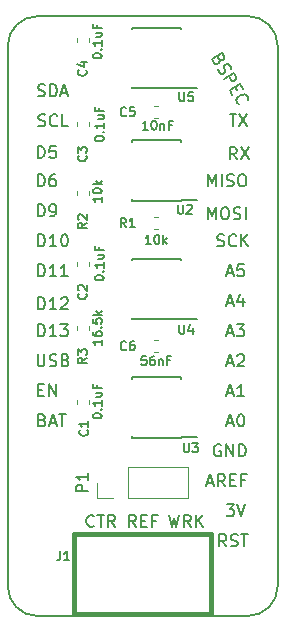
<source format=gbr>
G04 #@! TF.GenerationSoftware,KiCad,Pcbnew,5.0.2-bee76a0~70~ubuntu18.04.1*
G04 #@! TF.CreationDate,2019-09-12T15:25:54-07:00*
G04 #@! TF.ProjectId,potentiostat_featherwing,706f7465-6e74-4696-9f73-7461745f6665,rev?*
G04 #@! TF.SameCoordinates,Original*
G04 #@! TF.FileFunction,Legend,Top*
G04 #@! TF.FilePolarity,Positive*
%FSLAX46Y46*%
G04 Gerber Fmt 4.6, Leading zero omitted, Abs format (unit mm)*
G04 Created by KiCad (PCBNEW 5.0.2-bee76a0~70~ubuntu18.04.1) date Thu 12 Sep 2019 03:25:54 PM PDT*
%MOMM*%
%LPD*%
G01*
G04 APERTURE LIST*
%ADD10C,0.203200*%
%ADD11C,0.150000*%
%ADD12C,0.381000*%
%ADD13C,0.120000*%
%ADD14C,0.152400*%
G04 APERTURE END LIST*
D10*
X53031571Y-67642619D02*
X53273476Y-68658619D01*
X53467000Y-67932904D01*
X53660523Y-68658619D01*
X53902428Y-67642619D01*
X54870047Y-68658619D02*
X54531380Y-68174809D01*
X54289476Y-68658619D02*
X54289476Y-67642619D01*
X54676523Y-67642619D01*
X54773285Y-67691000D01*
X54821666Y-67739380D01*
X54870047Y-67836142D01*
X54870047Y-67981285D01*
X54821666Y-68078047D01*
X54773285Y-68126428D01*
X54676523Y-68174809D01*
X54289476Y-68174809D01*
X55305476Y-68658619D02*
X55305476Y-67642619D01*
X55886047Y-68658619D02*
X55450619Y-68078047D01*
X55886047Y-67642619D02*
X55305476Y-68223190D01*
X50219428Y-68658619D02*
X49880761Y-68174809D01*
X49638857Y-68658619D02*
X49638857Y-67642619D01*
X50025904Y-67642619D01*
X50122666Y-67691000D01*
X50171047Y-67739380D01*
X50219428Y-67836142D01*
X50219428Y-67981285D01*
X50171047Y-68078047D01*
X50122666Y-68126428D01*
X50025904Y-68174809D01*
X49638857Y-68174809D01*
X50654857Y-68126428D02*
X50993523Y-68126428D01*
X51138666Y-68658619D02*
X50654857Y-68658619D01*
X50654857Y-67642619D01*
X51138666Y-67642619D01*
X51912761Y-68126428D02*
X51574095Y-68126428D01*
X51574095Y-68658619D02*
X51574095Y-67642619D01*
X52057904Y-67642619D01*
X46663428Y-68561857D02*
X46615047Y-68610238D01*
X46469904Y-68658619D01*
X46373142Y-68658619D01*
X46228000Y-68610238D01*
X46131238Y-68513476D01*
X46082857Y-68416714D01*
X46034476Y-68223190D01*
X46034476Y-68078047D01*
X46082857Y-67884523D01*
X46131238Y-67787761D01*
X46228000Y-67691000D01*
X46373142Y-67642619D01*
X46469904Y-67642619D01*
X46615047Y-67691000D01*
X46663428Y-67739380D01*
X46953714Y-67642619D02*
X47534285Y-67642619D01*
X47244000Y-68658619D02*
X47244000Y-67642619D01*
X48453523Y-68658619D02*
X48114857Y-68174809D01*
X47872952Y-68658619D02*
X47872952Y-67642619D01*
X48260000Y-67642619D01*
X48356761Y-67691000D01*
X48405142Y-67739380D01*
X48453523Y-67836142D01*
X48453523Y-67981285D01*
X48405142Y-68078047D01*
X48356761Y-68126428D01*
X48260000Y-68174809D01*
X47872952Y-68174809D01*
D11*
G04 #@! TO.C,U1*
X39370000Y-27940000D02*
X39370000Y-73660000D01*
X59690000Y-76200000D02*
X41910000Y-76200000D01*
X62230000Y-27940000D02*
X62230000Y-73660000D01*
X59690000Y-25400000D02*
X41910000Y-25400000D01*
X41910000Y-76200000D02*
G75*
G02X39370000Y-73660000I0J2540000D01*
G01*
X62230000Y-73660000D02*
G75*
G02X59690000Y-76200000I-2540000J0D01*
G01*
X59690000Y-25400000D02*
G75*
G02X62230000Y-27940000I0J-2540000D01*
G01*
X39370000Y-27940000D02*
G75*
G02X41910000Y-25400000I2540000J0D01*
G01*
D12*
G04 #@! TO.C,J1*
X45001180Y-69242940D02*
X45001180Y-76045060D01*
X45001180Y-76045060D02*
X56598820Y-76045060D01*
X56598820Y-76045060D02*
X56598820Y-69242940D01*
X56598820Y-69242940D02*
X45001180Y-69242940D01*
D13*
G04 #@! TO.C,C6*
X52114267Y-52830000D02*
X51771733Y-52830000D01*
X52114267Y-53850000D02*
X51771733Y-53850000D01*
G04 #@! TO.C,C2*
X46230000Y-46526267D02*
X46230000Y-46183733D01*
X45210000Y-46526267D02*
X45210000Y-46183733D01*
G04 #@! TO.C,C1*
X46230000Y-58210267D02*
X46230000Y-57867733D01*
X45210000Y-58210267D02*
X45210000Y-57867733D01*
G04 #@! TO.C,C3*
X45210000Y-34715267D02*
X45210000Y-34372733D01*
X46230000Y-34715267D02*
X46230000Y-34372733D01*
G04 #@! TO.C,C4*
X45210000Y-27603267D02*
X45210000Y-27260733D01*
X46230000Y-27603267D02*
X46230000Y-27260733D01*
G04 #@! TO.C,C5*
X52114267Y-33018000D02*
X51771733Y-33018000D01*
X52114267Y-34038000D02*
X51771733Y-34038000D01*
G04 #@! TO.C,P1*
X54670000Y-66227000D02*
X54670000Y-63567000D01*
X49530000Y-66227000D02*
X54670000Y-66227000D01*
X49530000Y-63567000D02*
X54670000Y-63567000D01*
X49530000Y-66227000D02*
X49530000Y-63567000D01*
X48260000Y-66227000D02*
X46930000Y-66227000D01*
X46930000Y-66227000D02*
X46930000Y-64897000D01*
G04 #@! TO.C,R1*
X51771733Y-42416000D02*
X52114267Y-42416000D01*
X51771733Y-43436000D02*
X52114267Y-43436000D01*
G04 #@! TO.C,R2*
X45210000Y-40214733D02*
X45210000Y-40557267D01*
X46230000Y-40214733D02*
X46230000Y-40557267D01*
G04 #@! TO.C,R3*
X46230000Y-51644733D02*
X46230000Y-51987267D01*
X45210000Y-51644733D02*
X45210000Y-51987267D01*
D11*
G04 #@! TO.C,U2*
X54018000Y-41006000D02*
X55418000Y-41006000D01*
X54018000Y-35906000D02*
X49868000Y-35906000D01*
X54018000Y-41056000D02*
X49868000Y-41056000D01*
X54018000Y-35906000D02*
X54018000Y-36051000D01*
X49868000Y-35906000D02*
X49868000Y-36051000D01*
X49868000Y-41056000D02*
X49868000Y-40911000D01*
X54018000Y-41056000D02*
X54018000Y-41006000D01*
G04 #@! TO.C,U3*
X54018000Y-61122000D02*
X54018000Y-61072000D01*
X49868000Y-61122000D02*
X49868000Y-60977000D01*
X49868000Y-55972000D02*
X49868000Y-56117000D01*
X54018000Y-55972000D02*
X54018000Y-56117000D01*
X54018000Y-61122000D02*
X49868000Y-61122000D01*
X54018000Y-55972000D02*
X49868000Y-55972000D01*
X54018000Y-61072000D02*
X55418000Y-61072000D01*
G04 #@! TO.C,U4*
X54018000Y-51039000D02*
X55418000Y-51039000D01*
X54018000Y-45939000D02*
X49868000Y-45939000D01*
X54018000Y-51089000D02*
X49868000Y-51089000D01*
X54018000Y-45939000D02*
X54018000Y-46084000D01*
X49868000Y-45939000D02*
X49868000Y-46084000D01*
X49868000Y-51089000D02*
X49868000Y-50944000D01*
X54018000Y-51089000D02*
X54018000Y-51039000D01*
G04 #@! TO.C,U5*
X54018000Y-31531000D02*
X54018000Y-31481000D01*
X49868000Y-31531000D02*
X49868000Y-31386000D01*
X49868000Y-26381000D02*
X49868000Y-26526000D01*
X54018000Y-26381000D02*
X54018000Y-26526000D01*
X54018000Y-31531000D02*
X49868000Y-31531000D01*
X54018000Y-26381000D02*
X49868000Y-26381000D01*
X54018000Y-31481000D02*
X55418000Y-31481000D01*
G04 #@! TO.C,U1*
D10*
X57863619Y-70309619D02*
X57524952Y-69825809D01*
X57283047Y-70309619D02*
X57283047Y-69293619D01*
X57670095Y-69293619D01*
X57766857Y-69342000D01*
X57815238Y-69390380D01*
X57863619Y-69487142D01*
X57863619Y-69632285D01*
X57815238Y-69729047D01*
X57766857Y-69777428D01*
X57670095Y-69825809D01*
X57283047Y-69825809D01*
X58250666Y-70261238D02*
X58395809Y-70309619D01*
X58637714Y-70309619D01*
X58734476Y-70261238D01*
X58782857Y-70212857D01*
X58831238Y-70116095D01*
X58831238Y-70019333D01*
X58782857Y-69922571D01*
X58734476Y-69874190D01*
X58637714Y-69825809D01*
X58444190Y-69777428D01*
X58347428Y-69729047D01*
X58299047Y-69680666D01*
X58250666Y-69583904D01*
X58250666Y-69487142D01*
X58299047Y-69390380D01*
X58347428Y-69342000D01*
X58444190Y-69293619D01*
X58686095Y-69293619D01*
X58831238Y-69342000D01*
X59121523Y-69293619D02*
X59702095Y-69293619D01*
X59411809Y-70309619D02*
X59411809Y-69293619D01*
X57899904Y-66753619D02*
X58528857Y-66753619D01*
X58190190Y-67140666D01*
X58335333Y-67140666D01*
X58432095Y-67189047D01*
X58480476Y-67237428D01*
X58528857Y-67334190D01*
X58528857Y-67576095D01*
X58480476Y-67672857D01*
X58432095Y-67721238D01*
X58335333Y-67769619D01*
X58045047Y-67769619D01*
X57948285Y-67721238D01*
X57899904Y-67672857D01*
X58819142Y-66753619D02*
X59157809Y-67769619D01*
X59496476Y-66753619D01*
X56267047Y-64939333D02*
X56750857Y-64939333D01*
X56170285Y-65229619D02*
X56508952Y-64213619D01*
X56847619Y-65229619D01*
X57766857Y-65229619D02*
X57428190Y-64745809D01*
X57186285Y-65229619D02*
X57186285Y-64213619D01*
X57573333Y-64213619D01*
X57670095Y-64262000D01*
X57718476Y-64310380D01*
X57766857Y-64407142D01*
X57766857Y-64552285D01*
X57718476Y-64649047D01*
X57670095Y-64697428D01*
X57573333Y-64745809D01*
X57186285Y-64745809D01*
X58202285Y-64697428D02*
X58540952Y-64697428D01*
X58686095Y-65229619D02*
X58202285Y-65229619D01*
X58202285Y-64213619D01*
X58686095Y-64213619D01*
X59460190Y-64697428D02*
X59121523Y-64697428D01*
X59121523Y-65229619D02*
X59121523Y-64213619D01*
X59605333Y-64213619D01*
X57391904Y-61722000D02*
X57295142Y-61673619D01*
X57150000Y-61673619D01*
X57004857Y-61722000D01*
X56908095Y-61818761D01*
X56859714Y-61915523D01*
X56811333Y-62109047D01*
X56811333Y-62254190D01*
X56859714Y-62447714D01*
X56908095Y-62544476D01*
X57004857Y-62641238D01*
X57150000Y-62689619D01*
X57246761Y-62689619D01*
X57391904Y-62641238D01*
X57440285Y-62592857D01*
X57440285Y-62254190D01*
X57246761Y-62254190D01*
X57875714Y-62689619D02*
X57875714Y-61673619D01*
X58456285Y-62689619D01*
X58456285Y-61673619D01*
X58940095Y-62689619D02*
X58940095Y-61673619D01*
X59182000Y-61673619D01*
X59327142Y-61722000D01*
X59423904Y-61818761D01*
X59472285Y-61915523D01*
X59520666Y-62109047D01*
X59520666Y-62254190D01*
X59472285Y-62447714D01*
X59423904Y-62544476D01*
X59327142Y-62641238D01*
X59182000Y-62689619D01*
X58940095Y-62689619D01*
X57948285Y-59859333D02*
X58432095Y-59859333D01*
X57851523Y-60149619D02*
X58190190Y-59133619D01*
X58528857Y-60149619D01*
X59061047Y-59133619D02*
X59157809Y-59133619D01*
X59254571Y-59182000D01*
X59302952Y-59230380D01*
X59351333Y-59327142D01*
X59399714Y-59520666D01*
X59399714Y-59762571D01*
X59351333Y-59956095D01*
X59302952Y-60052857D01*
X59254571Y-60101238D01*
X59157809Y-60149619D01*
X59061047Y-60149619D01*
X58964285Y-60101238D01*
X58915904Y-60052857D01*
X58867523Y-59956095D01*
X58819142Y-59762571D01*
X58819142Y-59520666D01*
X58867523Y-59327142D01*
X58915904Y-59230380D01*
X58964285Y-59182000D01*
X59061047Y-59133619D01*
X57948285Y-57319333D02*
X58432095Y-57319333D01*
X57851523Y-57609619D02*
X58190190Y-56593619D01*
X58528857Y-57609619D01*
X59399714Y-57609619D02*
X58819142Y-57609619D01*
X59109428Y-57609619D02*
X59109428Y-56593619D01*
X59012666Y-56738761D01*
X58915904Y-56835523D01*
X58819142Y-56883904D01*
X57948285Y-54779333D02*
X58432095Y-54779333D01*
X57851523Y-55069619D02*
X58190190Y-54053619D01*
X58528857Y-55069619D01*
X58819142Y-54150380D02*
X58867523Y-54102000D01*
X58964285Y-54053619D01*
X59206190Y-54053619D01*
X59302952Y-54102000D01*
X59351333Y-54150380D01*
X59399714Y-54247142D01*
X59399714Y-54343904D01*
X59351333Y-54489047D01*
X58770761Y-55069619D01*
X59399714Y-55069619D01*
X57948285Y-52239333D02*
X58432095Y-52239333D01*
X57851523Y-52529619D02*
X58190190Y-51513619D01*
X58528857Y-52529619D01*
X58770761Y-51513619D02*
X59399714Y-51513619D01*
X59061047Y-51900666D01*
X59206190Y-51900666D01*
X59302952Y-51949047D01*
X59351333Y-51997428D01*
X59399714Y-52094190D01*
X59399714Y-52336095D01*
X59351333Y-52432857D01*
X59302952Y-52481238D01*
X59206190Y-52529619D01*
X58915904Y-52529619D01*
X58819142Y-52481238D01*
X58770761Y-52432857D01*
X57948285Y-49699333D02*
X58432095Y-49699333D01*
X57851523Y-49989619D02*
X58190190Y-48973619D01*
X58528857Y-49989619D01*
X59302952Y-49312285D02*
X59302952Y-49989619D01*
X59061047Y-48925238D02*
X58819142Y-49650952D01*
X59448095Y-49650952D01*
X57948285Y-47159333D02*
X58432095Y-47159333D01*
X57851523Y-47449619D02*
X58190190Y-46433619D01*
X58528857Y-47449619D01*
X59351333Y-46433619D02*
X58867523Y-46433619D01*
X58819142Y-46917428D01*
X58867523Y-46869047D01*
X58964285Y-46820666D01*
X59206190Y-46820666D01*
X59302952Y-46869047D01*
X59351333Y-46917428D01*
X59399714Y-47014190D01*
X59399714Y-47256095D01*
X59351333Y-47352857D01*
X59302952Y-47401238D01*
X59206190Y-47449619D01*
X58964285Y-47449619D01*
X58867523Y-47401238D01*
X58819142Y-47352857D01*
X57113714Y-44861238D02*
X57258857Y-44909619D01*
X57500761Y-44909619D01*
X57597523Y-44861238D01*
X57645904Y-44812857D01*
X57694285Y-44716095D01*
X57694285Y-44619333D01*
X57645904Y-44522571D01*
X57597523Y-44474190D01*
X57500761Y-44425809D01*
X57307238Y-44377428D01*
X57210476Y-44329047D01*
X57162095Y-44280666D01*
X57113714Y-44183904D01*
X57113714Y-44087142D01*
X57162095Y-43990380D01*
X57210476Y-43942000D01*
X57307238Y-43893619D01*
X57549142Y-43893619D01*
X57694285Y-43942000D01*
X58710285Y-44812857D02*
X58661904Y-44861238D01*
X58516761Y-44909619D01*
X58420000Y-44909619D01*
X58274857Y-44861238D01*
X58178095Y-44764476D01*
X58129714Y-44667714D01*
X58081333Y-44474190D01*
X58081333Y-44329047D01*
X58129714Y-44135523D01*
X58178095Y-44038761D01*
X58274857Y-43942000D01*
X58420000Y-43893619D01*
X58516761Y-43893619D01*
X58661904Y-43942000D01*
X58710285Y-43990380D01*
X59145714Y-44909619D02*
X59145714Y-43893619D01*
X59726285Y-44909619D02*
X59290857Y-44329047D01*
X59726285Y-43893619D02*
X59145714Y-44474190D01*
X56315428Y-42623619D02*
X56315428Y-41607619D01*
X56654095Y-42333333D01*
X56992761Y-41607619D01*
X56992761Y-42623619D01*
X57670095Y-41607619D02*
X57863619Y-41607619D01*
X57960380Y-41656000D01*
X58057142Y-41752761D01*
X58105523Y-41946285D01*
X58105523Y-42284952D01*
X58057142Y-42478476D01*
X57960380Y-42575238D01*
X57863619Y-42623619D01*
X57670095Y-42623619D01*
X57573333Y-42575238D01*
X57476571Y-42478476D01*
X57428190Y-42284952D01*
X57428190Y-41946285D01*
X57476571Y-41752761D01*
X57573333Y-41656000D01*
X57670095Y-41607619D01*
X58492571Y-42575238D02*
X58637714Y-42623619D01*
X58879619Y-42623619D01*
X58976380Y-42575238D01*
X59024761Y-42526857D01*
X59073142Y-42430095D01*
X59073142Y-42333333D01*
X59024761Y-42236571D01*
X58976380Y-42188190D01*
X58879619Y-42139809D01*
X58686095Y-42091428D01*
X58589333Y-42043047D01*
X58540952Y-41994666D01*
X58492571Y-41897904D01*
X58492571Y-41801142D01*
X58540952Y-41704380D01*
X58589333Y-41656000D01*
X58686095Y-41607619D01*
X58928000Y-41607619D01*
X59073142Y-41656000D01*
X59508571Y-42623619D02*
X59508571Y-41607619D01*
X56315428Y-39829619D02*
X56315428Y-38813619D01*
X56654095Y-39539333D01*
X56992761Y-38813619D01*
X56992761Y-39829619D01*
X57476571Y-39829619D02*
X57476571Y-38813619D01*
X57912000Y-39781238D02*
X58057142Y-39829619D01*
X58299047Y-39829619D01*
X58395809Y-39781238D01*
X58444190Y-39732857D01*
X58492571Y-39636095D01*
X58492571Y-39539333D01*
X58444190Y-39442571D01*
X58395809Y-39394190D01*
X58299047Y-39345809D01*
X58105523Y-39297428D01*
X58008761Y-39249047D01*
X57960380Y-39200666D01*
X57912000Y-39103904D01*
X57912000Y-39007142D01*
X57960380Y-38910380D01*
X58008761Y-38862000D01*
X58105523Y-38813619D01*
X58347428Y-38813619D01*
X58492571Y-38862000D01*
X59121523Y-38813619D02*
X59315047Y-38813619D01*
X59411809Y-38862000D01*
X59508571Y-38958761D01*
X59556952Y-39152285D01*
X59556952Y-39490952D01*
X59508571Y-39684476D01*
X59411809Y-39781238D01*
X59315047Y-39829619D01*
X59121523Y-39829619D01*
X59024761Y-39781238D01*
X58927999Y-39684476D01*
X58879619Y-39490952D01*
X58879619Y-39152285D01*
X58927999Y-38958761D01*
X59024761Y-38862000D01*
X59121523Y-38813619D01*
X58758666Y-37543619D02*
X58420000Y-37059809D01*
X58178095Y-37543619D02*
X58178095Y-36527619D01*
X58565142Y-36527619D01*
X58661904Y-36576000D01*
X58710285Y-36624380D01*
X58758666Y-36721142D01*
X58758666Y-36866285D01*
X58710285Y-36963047D01*
X58661904Y-37011428D01*
X58565142Y-37059809D01*
X58178095Y-37059809D01*
X59097333Y-36527619D02*
X59774666Y-37543619D01*
X59774666Y-36527619D02*
X59097333Y-37543619D01*
X58153904Y-33733619D02*
X58734476Y-33733619D01*
X58444190Y-34749619D02*
X58444190Y-33733619D01*
X58976380Y-33733619D02*
X59653714Y-34749619D01*
X59653714Y-33733619D02*
X58976380Y-34749619D01*
X57285420Y-29063648D02*
X57316092Y-29213535D01*
X57298383Y-29279625D01*
X57238775Y-29369905D01*
X57113078Y-29442477D01*
X57005089Y-29448958D01*
X56939000Y-29431250D01*
X56848720Y-29371642D01*
X56655196Y-29036449D01*
X57535078Y-28528449D01*
X57704411Y-28821743D01*
X57710893Y-28929732D01*
X57693184Y-28995821D01*
X57633576Y-29086101D01*
X57549778Y-29134482D01*
X57441789Y-29140964D01*
X57375700Y-29123255D01*
X57285420Y-29063648D01*
X57116086Y-28770354D01*
X57180904Y-29850241D02*
X57211577Y-30000129D01*
X57332529Y-30209625D01*
X57422809Y-30269232D01*
X57488899Y-30286941D01*
X57596888Y-30280459D01*
X57680686Y-30232078D01*
X57740294Y-30141798D01*
X57758002Y-30075709D01*
X57751520Y-29967720D01*
X57696658Y-29775933D01*
X57690176Y-29667944D01*
X57707885Y-29601854D01*
X57767492Y-29511574D01*
X57851291Y-29463193D01*
X57959279Y-29456712D01*
X58025369Y-29474420D01*
X58115649Y-29534028D01*
X58236601Y-29743524D01*
X58267274Y-29893412D01*
X57647005Y-30754313D02*
X58526887Y-30246313D01*
X58720411Y-30581506D01*
X58726893Y-30689495D01*
X58709184Y-30755585D01*
X58649576Y-30845865D01*
X58523879Y-30918436D01*
X58415890Y-30924918D01*
X58349801Y-30907209D01*
X58259520Y-30847602D01*
X58065997Y-30512409D01*
X58615896Y-31368100D02*
X58785229Y-31661394D01*
X58396910Y-32053187D02*
X58155005Y-31634195D01*
X59034887Y-31126195D01*
X59276792Y-31545187D01*
X58988708Y-32884687D02*
X58922619Y-32866979D01*
X58808148Y-32765472D01*
X58759767Y-32681674D01*
X58729095Y-32531786D01*
X58764512Y-32399606D01*
X58824120Y-32309326D01*
X58967526Y-32170665D01*
X59093224Y-32098094D01*
X59285011Y-32043231D01*
X59392999Y-32036749D01*
X59525179Y-32072167D01*
X59639649Y-32173674D01*
X59688030Y-32257472D01*
X59718702Y-32407360D01*
X59700994Y-32473449D01*
X42303095Y-59617428D02*
X42448238Y-59665809D01*
X42496619Y-59714190D01*
X42545000Y-59810952D01*
X42545000Y-59956095D01*
X42496619Y-60052857D01*
X42448238Y-60101238D01*
X42351476Y-60149619D01*
X41964428Y-60149619D01*
X41964428Y-59133619D01*
X42303095Y-59133619D01*
X42399857Y-59182000D01*
X42448238Y-59230380D01*
X42496619Y-59327142D01*
X42496619Y-59423904D01*
X42448238Y-59520666D01*
X42399857Y-59569047D01*
X42303095Y-59617428D01*
X41964428Y-59617428D01*
X42932047Y-59859333D02*
X43415857Y-59859333D01*
X42835285Y-60149619D02*
X43173952Y-59133619D01*
X43512619Y-60149619D01*
X43706142Y-59133619D02*
X44286714Y-59133619D01*
X43996428Y-60149619D02*
X43996428Y-59133619D01*
X41922095Y-57077428D02*
X42260761Y-57077428D01*
X42405904Y-57609619D02*
X41922095Y-57609619D01*
X41922095Y-56593619D01*
X42405904Y-56593619D01*
X42841333Y-57609619D02*
X42841333Y-56593619D01*
X43421904Y-57609619D01*
X43421904Y-56593619D01*
X41897904Y-54053619D02*
X41897904Y-54876095D01*
X41946285Y-54972857D01*
X41994666Y-55021238D01*
X42091428Y-55069619D01*
X42284952Y-55069619D01*
X42381714Y-55021238D01*
X42430095Y-54972857D01*
X42478476Y-54876095D01*
X42478476Y-54053619D01*
X42913904Y-55021238D02*
X43059047Y-55069619D01*
X43300952Y-55069619D01*
X43397714Y-55021238D01*
X43446095Y-54972857D01*
X43494476Y-54876095D01*
X43494476Y-54779333D01*
X43446095Y-54682571D01*
X43397714Y-54634190D01*
X43300952Y-54585809D01*
X43107428Y-54537428D01*
X43010666Y-54489047D01*
X42962285Y-54440666D01*
X42913904Y-54343904D01*
X42913904Y-54247142D01*
X42962285Y-54150380D01*
X43010666Y-54102000D01*
X43107428Y-54053619D01*
X43349333Y-54053619D01*
X43494476Y-54102000D01*
X44268571Y-54537428D02*
X44413714Y-54585809D01*
X44462095Y-54634190D01*
X44510476Y-54730952D01*
X44510476Y-54876095D01*
X44462095Y-54972857D01*
X44413714Y-55021238D01*
X44316952Y-55069619D01*
X43929904Y-55069619D01*
X43929904Y-54053619D01*
X44268571Y-54053619D01*
X44365333Y-54102000D01*
X44413714Y-54150380D01*
X44462095Y-54247142D01*
X44462095Y-54343904D01*
X44413714Y-54440666D01*
X44365333Y-54489047D01*
X44268571Y-54537428D01*
X43929904Y-54537428D01*
X41946285Y-52529619D02*
X41946285Y-51513619D01*
X42188190Y-51513619D01*
X42333333Y-51562000D01*
X42430095Y-51658761D01*
X42478476Y-51755523D01*
X42526857Y-51949047D01*
X42526857Y-52094190D01*
X42478476Y-52287714D01*
X42430095Y-52384476D01*
X42333333Y-52481238D01*
X42188190Y-52529619D01*
X41946285Y-52529619D01*
X43494476Y-52529619D02*
X42913904Y-52529619D01*
X43204190Y-52529619D02*
X43204190Y-51513619D01*
X43107428Y-51658761D01*
X43010666Y-51755523D01*
X42913904Y-51803904D01*
X43833142Y-51513619D02*
X44462095Y-51513619D01*
X44123428Y-51900666D01*
X44268571Y-51900666D01*
X44365333Y-51949047D01*
X44413714Y-51997428D01*
X44462095Y-52094190D01*
X44462095Y-52336095D01*
X44413714Y-52432857D01*
X44365333Y-52481238D01*
X44268571Y-52529619D01*
X43978285Y-52529619D01*
X43881523Y-52481238D01*
X43833142Y-52432857D01*
X41946285Y-50243619D02*
X41946285Y-49227619D01*
X42188190Y-49227619D01*
X42333333Y-49276000D01*
X42430095Y-49372761D01*
X42478476Y-49469523D01*
X42526857Y-49663047D01*
X42526857Y-49808190D01*
X42478476Y-50001714D01*
X42430095Y-50098476D01*
X42333333Y-50195238D01*
X42188190Y-50243619D01*
X41946285Y-50243619D01*
X43494476Y-50243619D02*
X42913904Y-50243619D01*
X43204190Y-50243619D02*
X43204190Y-49227619D01*
X43107428Y-49372761D01*
X43010666Y-49469523D01*
X42913904Y-49517904D01*
X43881523Y-49324380D02*
X43929904Y-49276000D01*
X44026666Y-49227619D01*
X44268571Y-49227619D01*
X44365333Y-49276000D01*
X44413714Y-49324380D01*
X44462095Y-49421142D01*
X44462095Y-49517904D01*
X44413714Y-49663047D01*
X43833142Y-50243619D01*
X44462095Y-50243619D01*
X41946285Y-47449619D02*
X41946285Y-46433619D01*
X42188190Y-46433619D01*
X42333333Y-46482000D01*
X42430095Y-46578761D01*
X42478476Y-46675523D01*
X42526857Y-46869047D01*
X42526857Y-47014190D01*
X42478476Y-47207714D01*
X42430095Y-47304476D01*
X42333333Y-47401238D01*
X42188190Y-47449619D01*
X41946285Y-47449619D01*
X43494476Y-47449619D02*
X42913904Y-47449619D01*
X43204190Y-47449619D02*
X43204190Y-46433619D01*
X43107428Y-46578761D01*
X43010666Y-46675523D01*
X42913904Y-46723904D01*
X44462095Y-47449619D02*
X43881523Y-47449619D01*
X44171809Y-47449619D02*
X44171809Y-46433619D01*
X44075047Y-46578761D01*
X43978285Y-46675523D01*
X43881523Y-46723904D01*
X41946285Y-44909619D02*
X41946285Y-43893619D01*
X42188190Y-43893619D01*
X42333333Y-43942000D01*
X42430095Y-44038761D01*
X42478476Y-44135523D01*
X42526857Y-44329047D01*
X42526857Y-44474190D01*
X42478476Y-44667714D01*
X42430095Y-44764476D01*
X42333333Y-44861238D01*
X42188190Y-44909619D01*
X41946285Y-44909619D01*
X43494476Y-44909619D02*
X42913904Y-44909619D01*
X43204190Y-44909619D02*
X43204190Y-43893619D01*
X43107428Y-44038761D01*
X43010666Y-44135523D01*
X42913904Y-44183904D01*
X44123428Y-43893619D02*
X44220190Y-43893619D01*
X44316952Y-43942000D01*
X44365333Y-43990380D01*
X44413714Y-44087142D01*
X44462095Y-44280666D01*
X44462095Y-44522571D01*
X44413714Y-44716095D01*
X44365333Y-44812857D01*
X44316952Y-44861238D01*
X44220190Y-44909619D01*
X44123428Y-44909619D01*
X44026666Y-44861238D01*
X43978285Y-44812857D01*
X43929904Y-44716095D01*
X43881523Y-44522571D01*
X43881523Y-44280666D01*
X43929904Y-44087142D01*
X43978285Y-43990380D01*
X44026666Y-43942000D01*
X44123428Y-43893619D01*
X41922095Y-42369619D02*
X41922095Y-41353619D01*
X42164000Y-41353619D01*
X42309142Y-41402000D01*
X42405904Y-41498761D01*
X42454285Y-41595523D01*
X42502666Y-41789047D01*
X42502666Y-41934190D01*
X42454285Y-42127714D01*
X42405904Y-42224476D01*
X42309142Y-42321238D01*
X42164000Y-42369619D01*
X41922095Y-42369619D01*
X42986476Y-42369619D02*
X43180000Y-42369619D01*
X43276761Y-42321238D01*
X43325142Y-42272857D01*
X43421904Y-42127714D01*
X43470285Y-41934190D01*
X43470285Y-41547142D01*
X43421904Y-41450380D01*
X43373523Y-41402000D01*
X43276761Y-41353619D01*
X43083238Y-41353619D01*
X42986476Y-41402000D01*
X42938095Y-41450380D01*
X42889714Y-41547142D01*
X42889714Y-41789047D01*
X42938095Y-41885809D01*
X42986476Y-41934190D01*
X43083238Y-41982571D01*
X43276761Y-41982571D01*
X43373523Y-41934190D01*
X43421904Y-41885809D01*
X43470285Y-41789047D01*
X41922095Y-39829619D02*
X41922095Y-38813619D01*
X42164000Y-38813619D01*
X42309142Y-38862000D01*
X42405904Y-38958761D01*
X42454285Y-39055523D01*
X42502666Y-39249047D01*
X42502666Y-39394190D01*
X42454285Y-39587714D01*
X42405904Y-39684476D01*
X42309142Y-39781238D01*
X42164000Y-39829619D01*
X41922095Y-39829619D01*
X43373523Y-38813619D02*
X43180000Y-38813619D01*
X43083238Y-38862000D01*
X43034857Y-38910380D01*
X42938095Y-39055523D01*
X42889714Y-39249047D01*
X42889714Y-39636095D01*
X42938095Y-39732857D01*
X42986476Y-39781238D01*
X43083238Y-39829619D01*
X43276761Y-39829619D01*
X43373523Y-39781238D01*
X43421904Y-39732857D01*
X43470285Y-39636095D01*
X43470285Y-39394190D01*
X43421904Y-39297428D01*
X43373523Y-39249047D01*
X43276761Y-39200666D01*
X43083238Y-39200666D01*
X42986476Y-39249047D01*
X42938095Y-39297428D01*
X42889714Y-39394190D01*
X41922095Y-37416619D02*
X41922095Y-36400619D01*
X42164000Y-36400619D01*
X42309142Y-36449000D01*
X42405904Y-36545761D01*
X42454285Y-36642523D01*
X42502666Y-36836047D01*
X42502666Y-36981190D01*
X42454285Y-37174714D01*
X42405904Y-37271476D01*
X42309142Y-37368238D01*
X42164000Y-37416619D01*
X41922095Y-37416619D01*
X43421904Y-36400619D02*
X42938095Y-36400619D01*
X42889714Y-36884428D01*
X42938095Y-36836047D01*
X43034857Y-36787666D01*
X43276761Y-36787666D01*
X43373523Y-36836047D01*
X43421904Y-36884428D01*
X43470285Y-36981190D01*
X43470285Y-37223095D01*
X43421904Y-37319857D01*
X43373523Y-37368238D01*
X43276761Y-37416619D01*
X43034857Y-37416619D01*
X42938095Y-37368238D01*
X42889714Y-37319857D01*
X41970476Y-34701238D02*
X42115619Y-34749619D01*
X42357523Y-34749619D01*
X42454285Y-34701238D01*
X42502666Y-34652857D01*
X42551047Y-34556095D01*
X42551047Y-34459333D01*
X42502666Y-34362571D01*
X42454285Y-34314190D01*
X42357523Y-34265809D01*
X42164000Y-34217428D01*
X42067238Y-34169047D01*
X42018857Y-34120666D01*
X41970476Y-34023904D01*
X41970476Y-33927142D01*
X42018857Y-33830380D01*
X42067238Y-33782000D01*
X42164000Y-33733619D01*
X42405904Y-33733619D01*
X42551047Y-33782000D01*
X43567047Y-34652857D02*
X43518666Y-34701238D01*
X43373523Y-34749619D01*
X43276761Y-34749619D01*
X43131619Y-34701238D01*
X43034857Y-34604476D01*
X42986476Y-34507714D01*
X42938095Y-34314190D01*
X42938095Y-34169047D01*
X42986476Y-33975523D01*
X43034857Y-33878761D01*
X43131619Y-33782000D01*
X43276761Y-33733619D01*
X43373523Y-33733619D01*
X43518666Y-33782000D01*
X43567047Y-33830380D01*
X44486285Y-34749619D02*
X44002476Y-34749619D01*
X44002476Y-33733619D01*
X41946285Y-32161238D02*
X42091428Y-32209619D01*
X42333333Y-32209619D01*
X42430095Y-32161238D01*
X42478476Y-32112857D01*
X42526857Y-32016095D01*
X42526857Y-31919333D01*
X42478476Y-31822571D01*
X42430095Y-31774190D01*
X42333333Y-31725809D01*
X42139809Y-31677428D01*
X42043047Y-31629047D01*
X41994666Y-31580666D01*
X41946285Y-31483904D01*
X41946285Y-31387142D01*
X41994666Y-31290380D01*
X42043047Y-31242000D01*
X42139809Y-31193619D01*
X42381714Y-31193619D01*
X42526857Y-31242000D01*
X42962285Y-32209619D02*
X42962285Y-31193619D01*
X43204190Y-31193619D01*
X43349333Y-31242000D01*
X43446095Y-31338761D01*
X43494476Y-31435523D01*
X43542857Y-31629047D01*
X43542857Y-31774190D01*
X43494476Y-31967714D01*
X43446095Y-32064476D01*
X43349333Y-32161238D01*
X43204190Y-32209619D01*
X42962285Y-32209619D01*
X43929904Y-31919333D02*
X44413714Y-31919333D01*
X43833142Y-32209619D02*
X44171809Y-31193619D01*
X44510476Y-32209619D01*
G04 #@! TO.C,J1*
D14*
X43815000Y-70702714D02*
X43815000Y-71247000D01*
X43778714Y-71355857D01*
X43706142Y-71428428D01*
X43597285Y-71464714D01*
X43524714Y-71464714D01*
X44577000Y-71464714D02*
X44141571Y-71464714D01*
X44359285Y-71464714D02*
X44359285Y-70702714D01*
X44286714Y-70811571D01*
X44214142Y-70884142D01*
X44141571Y-70920428D01*
G04 #@! TO.C,C6*
X49403000Y-53612142D02*
X49366714Y-53648428D01*
X49257857Y-53684714D01*
X49185285Y-53684714D01*
X49076428Y-53648428D01*
X49003857Y-53575857D01*
X48967571Y-53503285D01*
X48931285Y-53358142D01*
X48931285Y-53249285D01*
X48967571Y-53104142D01*
X49003857Y-53031571D01*
X49076428Y-52959000D01*
X49185285Y-52922714D01*
X49257857Y-52922714D01*
X49366714Y-52959000D01*
X49403000Y-52995285D01*
X50056142Y-52922714D02*
X49911000Y-52922714D01*
X49838428Y-52959000D01*
X49802142Y-52995285D01*
X49729571Y-53104142D01*
X49693285Y-53249285D01*
X49693285Y-53539571D01*
X49729571Y-53612142D01*
X49765857Y-53648428D01*
X49838428Y-53684714D01*
X49983571Y-53684714D01*
X50056142Y-53648428D01*
X50092428Y-53612142D01*
X50128714Y-53539571D01*
X50128714Y-53358142D01*
X50092428Y-53285571D01*
X50056142Y-53249285D01*
X49983571Y-53213000D01*
X49838428Y-53213000D01*
X49765857Y-53249285D01*
X49729571Y-53285571D01*
X49693285Y-53358142D01*
X51090285Y-54192714D02*
X50727428Y-54192714D01*
X50691142Y-54555571D01*
X50727428Y-54519285D01*
X50800000Y-54483000D01*
X50981428Y-54483000D01*
X51054000Y-54519285D01*
X51090285Y-54555571D01*
X51126571Y-54628142D01*
X51126571Y-54809571D01*
X51090285Y-54882142D01*
X51054000Y-54918428D01*
X50981428Y-54954714D01*
X50800000Y-54954714D01*
X50727428Y-54918428D01*
X50691142Y-54882142D01*
X51779714Y-54192714D02*
X51634571Y-54192714D01*
X51562000Y-54229000D01*
X51525714Y-54265285D01*
X51453142Y-54374142D01*
X51416857Y-54519285D01*
X51416857Y-54809571D01*
X51453142Y-54882142D01*
X51489428Y-54918428D01*
X51562000Y-54954714D01*
X51707142Y-54954714D01*
X51779714Y-54918428D01*
X51816000Y-54882142D01*
X51852285Y-54809571D01*
X51852285Y-54628142D01*
X51816000Y-54555571D01*
X51779714Y-54519285D01*
X51707142Y-54483000D01*
X51562000Y-54483000D01*
X51489428Y-54519285D01*
X51453142Y-54555571D01*
X51416857Y-54628142D01*
X52178857Y-54446714D02*
X52178857Y-54954714D01*
X52178857Y-54519285D02*
X52215142Y-54483000D01*
X52287714Y-54446714D01*
X52396571Y-54446714D01*
X52469142Y-54483000D01*
X52505428Y-54555571D01*
X52505428Y-54954714D01*
X53122285Y-54555571D02*
X52868285Y-54555571D01*
X52868285Y-54954714D02*
X52868285Y-54192714D01*
X53231142Y-54192714D01*
G04 #@! TO.C,C2*
X45992142Y-48895000D02*
X46028428Y-48931285D01*
X46064714Y-49040142D01*
X46064714Y-49112714D01*
X46028428Y-49221571D01*
X45955857Y-49294142D01*
X45883285Y-49330428D01*
X45738142Y-49366714D01*
X45629285Y-49366714D01*
X45484142Y-49330428D01*
X45411571Y-49294142D01*
X45339000Y-49221571D01*
X45302714Y-49112714D01*
X45302714Y-49040142D01*
X45339000Y-48931285D01*
X45375285Y-48895000D01*
X45375285Y-48604714D02*
X45339000Y-48568428D01*
X45302714Y-48495857D01*
X45302714Y-48314428D01*
X45339000Y-48241857D01*
X45375285Y-48205571D01*
X45447857Y-48169285D01*
X45520428Y-48169285D01*
X45629285Y-48205571D01*
X46064714Y-48641000D01*
X46064714Y-48169285D01*
X46732714Y-47606857D02*
X46732714Y-47534285D01*
X46769000Y-47461714D01*
X46805285Y-47425428D01*
X46877857Y-47389142D01*
X47023000Y-47352857D01*
X47204428Y-47352857D01*
X47349571Y-47389142D01*
X47422142Y-47425428D01*
X47458428Y-47461714D01*
X47494714Y-47534285D01*
X47494714Y-47606857D01*
X47458428Y-47679428D01*
X47422142Y-47715714D01*
X47349571Y-47752000D01*
X47204428Y-47788285D01*
X47023000Y-47788285D01*
X46877857Y-47752000D01*
X46805285Y-47715714D01*
X46769000Y-47679428D01*
X46732714Y-47606857D01*
X47422142Y-47026285D02*
X47458428Y-46990000D01*
X47494714Y-47026285D01*
X47458428Y-47062571D01*
X47422142Y-47026285D01*
X47494714Y-47026285D01*
X47494714Y-46264285D02*
X47494714Y-46699714D01*
X47494714Y-46482000D02*
X46732714Y-46482000D01*
X46841571Y-46554571D01*
X46914142Y-46627142D01*
X46950428Y-46699714D01*
X46986714Y-45611142D02*
X47494714Y-45611142D01*
X46986714Y-45937714D02*
X47385857Y-45937714D01*
X47458428Y-45901428D01*
X47494714Y-45828857D01*
X47494714Y-45720000D01*
X47458428Y-45647428D01*
X47422142Y-45611142D01*
X47095571Y-44994285D02*
X47095571Y-45248285D01*
X47494714Y-45248285D02*
X46732714Y-45248285D01*
X46732714Y-44885428D01*
G04 #@! TO.C,C1*
X46119142Y-60452000D02*
X46155428Y-60488285D01*
X46191714Y-60597142D01*
X46191714Y-60669714D01*
X46155428Y-60778571D01*
X46082857Y-60851142D01*
X46010285Y-60887428D01*
X45865142Y-60923714D01*
X45756285Y-60923714D01*
X45611142Y-60887428D01*
X45538571Y-60851142D01*
X45466000Y-60778571D01*
X45429714Y-60669714D01*
X45429714Y-60597142D01*
X45466000Y-60488285D01*
X45502285Y-60452000D01*
X46191714Y-59726285D02*
X46191714Y-60161714D01*
X46191714Y-59944000D02*
X45429714Y-59944000D01*
X45538571Y-60016571D01*
X45611142Y-60089142D01*
X45647428Y-60161714D01*
X46572714Y-59290857D02*
X46572714Y-59218285D01*
X46609000Y-59145714D01*
X46645285Y-59109428D01*
X46717857Y-59073142D01*
X46863000Y-59036857D01*
X47044428Y-59036857D01*
X47189571Y-59073142D01*
X47262142Y-59109428D01*
X47298428Y-59145714D01*
X47334714Y-59218285D01*
X47334714Y-59290857D01*
X47298428Y-59363428D01*
X47262142Y-59399714D01*
X47189571Y-59436000D01*
X47044428Y-59472285D01*
X46863000Y-59472285D01*
X46717857Y-59436000D01*
X46645285Y-59399714D01*
X46609000Y-59363428D01*
X46572714Y-59290857D01*
X47262142Y-58710285D02*
X47298428Y-58674000D01*
X47334714Y-58710285D01*
X47298428Y-58746571D01*
X47262142Y-58710285D01*
X47334714Y-58710285D01*
X47334714Y-57948285D02*
X47334714Y-58383714D01*
X47334714Y-58166000D02*
X46572714Y-58166000D01*
X46681571Y-58238571D01*
X46754142Y-58311142D01*
X46790428Y-58383714D01*
X46826714Y-57295142D02*
X47334714Y-57295142D01*
X46826714Y-57621714D02*
X47225857Y-57621714D01*
X47298428Y-57585428D01*
X47334714Y-57512857D01*
X47334714Y-57404000D01*
X47298428Y-57331428D01*
X47262142Y-57295142D01*
X46935571Y-56678285D02*
X46935571Y-56932285D01*
X47334714Y-56932285D02*
X46572714Y-56932285D01*
X46572714Y-56569428D01*
G04 #@! TO.C,C3*
X45992142Y-37211000D02*
X46028428Y-37247285D01*
X46064714Y-37356142D01*
X46064714Y-37428714D01*
X46028428Y-37537571D01*
X45955857Y-37610142D01*
X45883285Y-37646428D01*
X45738142Y-37682714D01*
X45629285Y-37682714D01*
X45484142Y-37646428D01*
X45411571Y-37610142D01*
X45339000Y-37537571D01*
X45302714Y-37428714D01*
X45302714Y-37356142D01*
X45339000Y-37247285D01*
X45375285Y-37211000D01*
X45302714Y-36957000D02*
X45302714Y-36485285D01*
X45593000Y-36739285D01*
X45593000Y-36630428D01*
X45629285Y-36557857D01*
X45665571Y-36521571D01*
X45738142Y-36485285D01*
X45919571Y-36485285D01*
X45992142Y-36521571D01*
X46028428Y-36557857D01*
X46064714Y-36630428D01*
X46064714Y-36848142D01*
X46028428Y-36920714D01*
X45992142Y-36957000D01*
X46732714Y-35795857D02*
X46732714Y-35723285D01*
X46769000Y-35650714D01*
X46805285Y-35614428D01*
X46877857Y-35578142D01*
X47023000Y-35541857D01*
X47204428Y-35541857D01*
X47349571Y-35578142D01*
X47422142Y-35614428D01*
X47458428Y-35650714D01*
X47494714Y-35723285D01*
X47494714Y-35795857D01*
X47458428Y-35868428D01*
X47422142Y-35904714D01*
X47349571Y-35941000D01*
X47204428Y-35977285D01*
X47023000Y-35977285D01*
X46877857Y-35941000D01*
X46805285Y-35904714D01*
X46769000Y-35868428D01*
X46732714Y-35795857D01*
X47422142Y-35215285D02*
X47458428Y-35179000D01*
X47494714Y-35215285D01*
X47458428Y-35251571D01*
X47422142Y-35215285D01*
X47494714Y-35215285D01*
X47494714Y-34453285D02*
X47494714Y-34888714D01*
X47494714Y-34671000D02*
X46732714Y-34671000D01*
X46841571Y-34743571D01*
X46914142Y-34816142D01*
X46950428Y-34888714D01*
X46986714Y-33800142D02*
X47494714Y-33800142D01*
X46986714Y-34126714D02*
X47385857Y-34126714D01*
X47458428Y-34090428D01*
X47494714Y-34017857D01*
X47494714Y-33909000D01*
X47458428Y-33836428D01*
X47422142Y-33800142D01*
X47095571Y-33183285D02*
X47095571Y-33437285D01*
X47494714Y-33437285D02*
X46732714Y-33437285D01*
X46732714Y-33074428D01*
G04 #@! TO.C,C4*
X45992142Y-29972000D02*
X46028428Y-30008285D01*
X46064714Y-30117142D01*
X46064714Y-30189714D01*
X46028428Y-30298571D01*
X45955857Y-30371142D01*
X45883285Y-30407428D01*
X45738142Y-30443714D01*
X45629285Y-30443714D01*
X45484142Y-30407428D01*
X45411571Y-30371142D01*
X45339000Y-30298571D01*
X45302714Y-30189714D01*
X45302714Y-30117142D01*
X45339000Y-30008285D01*
X45375285Y-29972000D01*
X45556714Y-29318857D02*
X46064714Y-29318857D01*
X45266428Y-29500285D02*
X45810714Y-29681714D01*
X45810714Y-29210000D01*
X46572714Y-28810857D02*
X46572714Y-28738285D01*
X46609000Y-28665714D01*
X46645285Y-28629428D01*
X46717857Y-28593142D01*
X46863000Y-28556857D01*
X47044428Y-28556857D01*
X47189571Y-28593142D01*
X47262142Y-28629428D01*
X47298428Y-28665714D01*
X47334714Y-28738285D01*
X47334714Y-28810857D01*
X47298428Y-28883428D01*
X47262142Y-28919714D01*
X47189571Y-28956000D01*
X47044428Y-28992285D01*
X46863000Y-28992285D01*
X46717857Y-28956000D01*
X46645285Y-28919714D01*
X46609000Y-28883428D01*
X46572714Y-28810857D01*
X47262142Y-28230285D02*
X47298428Y-28194000D01*
X47334714Y-28230285D01*
X47298428Y-28266571D01*
X47262142Y-28230285D01*
X47334714Y-28230285D01*
X47334714Y-27468285D02*
X47334714Y-27903714D01*
X47334714Y-27686000D02*
X46572714Y-27686000D01*
X46681571Y-27758571D01*
X46754142Y-27831142D01*
X46790428Y-27903714D01*
X46826714Y-26815142D02*
X47334714Y-26815142D01*
X46826714Y-27141714D02*
X47225857Y-27141714D01*
X47298428Y-27105428D01*
X47334714Y-27032857D01*
X47334714Y-26924000D01*
X47298428Y-26851428D01*
X47262142Y-26815142D01*
X46935571Y-26198285D02*
X46935571Y-26452285D01*
X47334714Y-26452285D02*
X46572714Y-26452285D01*
X46572714Y-26089428D01*
G04 #@! TO.C,C5*
X49403000Y-33800142D02*
X49366714Y-33836428D01*
X49257857Y-33872714D01*
X49185285Y-33872714D01*
X49076428Y-33836428D01*
X49003857Y-33763857D01*
X48967571Y-33691285D01*
X48931285Y-33546142D01*
X48931285Y-33437285D01*
X48967571Y-33292142D01*
X49003857Y-33219571D01*
X49076428Y-33147000D01*
X49185285Y-33110714D01*
X49257857Y-33110714D01*
X49366714Y-33147000D01*
X49403000Y-33183285D01*
X50092428Y-33110714D02*
X49729571Y-33110714D01*
X49693285Y-33473571D01*
X49729571Y-33437285D01*
X49802142Y-33401000D01*
X49983571Y-33401000D01*
X50056142Y-33437285D01*
X50092428Y-33473571D01*
X50128714Y-33546142D01*
X50128714Y-33727571D01*
X50092428Y-33800142D01*
X50056142Y-33836428D01*
X49983571Y-33872714D01*
X49802142Y-33872714D01*
X49729571Y-33836428D01*
X49693285Y-33800142D01*
X51253571Y-35015714D02*
X50818142Y-35015714D01*
X51035857Y-35015714D02*
X51035857Y-34253714D01*
X50963285Y-34362571D01*
X50890714Y-34435142D01*
X50818142Y-34471428D01*
X51725285Y-34253714D02*
X51797857Y-34253714D01*
X51870428Y-34290000D01*
X51906714Y-34326285D01*
X51943000Y-34398857D01*
X51979285Y-34544000D01*
X51979285Y-34725428D01*
X51943000Y-34870571D01*
X51906714Y-34943142D01*
X51870428Y-34979428D01*
X51797857Y-35015714D01*
X51725285Y-35015714D01*
X51652714Y-34979428D01*
X51616428Y-34943142D01*
X51580142Y-34870571D01*
X51543857Y-34725428D01*
X51543857Y-34544000D01*
X51580142Y-34398857D01*
X51616428Y-34326285D01*
X51652714Y-34290000D01*
X51725285Y-34253714D01*
X52305857Y-34507714D02*
X52305857Y-35015714D01*
X52305857Y-34580285D02*
X52342142Y-34544000D01*
X52414714Y-34507714D01*
X52523571Y-34507714D01*
X52596142Y-34544000D01*
X52632428Y-34616571D01*
X52632428Y-35015714D01*
X53249285Y-34616571D02*
X52995285Y-34616571D01*
X52995285Y-35015714D02*
X52995285Y-34253714D01*
X53358142Y-34253714D01*
G04 #@! TO.C,P1*
D11*
X46172380Y-65635095D02*
X45172380Y-65635095D01*
X45172380Y-65254142D01*
X45220000Y-65158904D01*
X45267619Y-65111285D01*
X45362857Y-65063666D01*
X45505714Y-65063666D01*
X45600952Y-65111285D01*
X45648571Y-65158904D01*
X45696190Y-65254142D01*
X45696190Y-65635095D01*
X46172380Y-64111285D02*
X46172380Y-64682714D01*
X46172380Y-64397000D02*
X45172380Y-64397000D01*
X45315238Y-64492238D01*
X45410476Y-64587476D01*
X45458095Y-64682714D01*
G04 #@! TO.C,R1*
D14*
X49403000Y-43270714D02*
X49149000Y-42907857D01*
X48967571Y-43270714D02*
X48967571Y-42508714D01*
X49257857Y-42508714D01*
X49330428Y-42545000D01*
X49366714Y-42581285D01*
X49403000Y-42653857D01*
X49403000Y-42762714D01*
X49366714Y-42835285D01*
X49330428Y-42871571D01*
X49257857Y-42907857D01*
X48967571Y-42907857D01*
X50128714Y-43270714D02*
X49693285Y-43270714D01*
X49911000Y-43270714D02*
X49911000Y-42508714D01*
X49838428Y-42617571D01*
X49765857Y-42690142D01*
X49693285Y-42726428D01*
X51489428Y-44700714D02*
X51054000Y-44700714D01*
X51271714Y-44700714D02*
X51271714Y-43938714D01*
X51199142Y-44047571D01*
X51126571Y-44120142D01*
X51054000Y-44156428D01*
X51961142Y-43938714D02*
X52033714Y-43938714D01*
X52106285Y-43975000D01*
X52142571Y-44011285D01*
X52178857Y-44083857D01*
X52215142Y-44229000D01*
X52215142Y-44410428D01*
X52178857Y-44555571D01*
X52142571Y-44628142D01*
X52106285Y-44664428D01*
X52033714Y-44700714D01*
X51961142Y-44700714D01*
X51888571Y-44664428D01*
X51852285Y-44628142D01*
X51816000Y-44555571D01*
X51779714Y-44410428D01*
X51779714Y-44229000D01*
X51816000Y-44083857D01*
X51852285Y-44011285D01*
X51888571Y-43975000D01*
X51961142Y-43938714D01*
X52541714Y-44700714D02*
X52541714Y-43938714D01*
X52614285Y-44410428D02*
X52832000Y-44700714D01*
X52832000Y-44192714D02*
X52541714Y-44483000D01*
G04 #@! TO.C,R2*
X46064714Y-42926000D02*
X45701857Y-43180000D01*
X46064714Y-43361428D02*
X45302714Y-43361428D01*
X45302714Y-43071142D01*
X45339000Y-42998571D01*
X45375285Y-42962285D01*
X45447857Y-42926000D01*
X45556714Y-42926000D01*
X45629285Y-42962285D01*
X45665571Y-42998571D01*
X45701857Y-43071142D01*
X45701857Y-43361428D01*
X45375285Y-42635714D02*
X45339000Y-42599428D01*
X45302714Y-42526857D01*
X45302714Y-42345428D01*
X45339000Y-42272857D01*
X45375285Y-42236571D01*
X45447857Y-42200285D01*
X45520428Y-42200285D01*
X45629285Y-42236571D01*
X46064714Y-42672000D01*
X46064714Y-42200285D01*
X47334714Y-40712571D02*
X47334714Y-41148000D01*
X47334714Y-40930285D02*
X46572714Y-40930285D01*
X46681571Y-41002857D01*
X46754142Y-41075428D01*
X46790428Y-41148000D01*
X46572714Y-40240857D02*
X46572714Y-40168285D01*
X46609000Y-40095714D01*
X46645285Y-40059428D01*
X46717857Y-40023142D01*
X46863000Y-39986857D01*
X47044428Y-39986857D01*
X47189571Y-40023142D01*
X47262142Y-40059428D01*
X47298428Y-40095714D01*
X47334714Y-40168285D01*
X47334714Y-40240857D01*
X47298428Y-40313428D01*
X47262142Y-40349714D01*
X47189571Y-40386000D01*
X47044428Y-40422285D01*
X46863000Y-40422285D01*
X46717857Y-40386000D01*
X46645285Y-40349714D01*
X46609000Y-40313428D01*
X46572714Y-40240857D01*
X47334714Y-39660285D02*
X46572714Y-39660285D01*
X47044428Y-39587714D02*
X47334714Y-39370000D01*
X46826714Y-39370000D02*
X47117000Y-39660285D01*
G04 #@! TO.C,R3*
X46064714Y-54356000D02*
X45701857Y-54610000D01*
X46064714Y-54791428D02*
X45302714Y-54791428D01*
X45302714Y-54501142D01*
X45339000Y-54428571D01*
X45375285Y-54392285D01*
X45447857Y-54356000D01*
X45556714Y-54356000D01*
X45629285Y-54392285D01*
X45665571Y-54428571D01*
X45701857Y-54501142D01*
X45701857Y-54791428D01*
X45302714Y-54102000D02*
X45302714Y-53630285D01*
X45593000Y-53884285D01*
X45593000Y-53775428D01*
X45629285Y-53702857D01*
X45665571Y-53666571D01*
X45738142Y-53630285D01*
X45919571Y-53630285D01*
X45992142Y-53666571D01*
X46028428Y-53702857D01*
X46064714Y-53775428D01*
X46064714Y-53993142D01*
X46028428Y-54065714D01*
X45992142Y-54102000D01*
X47334714Y-52813857D02*
X47334714Y-53249285D01*
X47334714Y-53031571D02*
X46572714Y-53031571D01*
X46681571Y-53104142D01*
X46754142Y-53176714D01*
X46790428Y-53249285D01*
X46572714Y-52160714D02*
X46572714Y-52305857D01*
X46609000Y-52378428D01*
X46645285Y-52414714D01*
X46754142Y-52487285D01*
X46899285Y-52523571D01*
X47189571Y-52523571D01*
X47262142Y-52487285D01*
X47298428Y-52451000D01*
X47334714Y-52378428D01*
X47334714Y-52233285D01*
X47298428Y-52160714D01*
X47262142Y-52124428D01*
X47189571Y-52088142D01*
X47008142Y-52088142D01*
X46935571Y-52124428D01*
X46899285Y-52160714D01*
X46863000Y-52233285D01*
X46863000Y-52378428D01*
X46899285Y-52451000D01*
X46935571Y-52487285D01*
X47008142Y-52523571D01*
X47262142Y-51761571D02*
X47298428Y-51725285D01*
X47334714Y-51761571D01*
X47298428Y-51797857D01*
X47262142Y-51761571D01*
X47334714Y-51761571D01*
X46572714Y-51035857D02*
X46572714Y-51398714D01*
X46935571Y-51435000D01*
X46899285Y-51398714D01*
X46863000Y-51326142D01*
X46863000Y-51144714D01*
X46899285Y-51072142D01*
X46935571Y-51035857D01*
X47008142Y-50999571D01*
X47189571Y-50999571D01*
X47262142Y-51035857D01*
X47298428Y-51072142D01*
X47334714Y-51144714D01*
X47334714Y-51326142D01*
X47298428Y-51398714D01*
X47262142Y-51435000D01*
X47334714Y-50673000D02*
X46572714Y-50673000D01*
X47044428Y-50600428D02*
X47334714Y-50382714D01*
X46826714Y-50382714D02*
X47117000Y-50673000D01*
G04 #@! TO.C,U2*
X53775428Y-41365714D02*
X53775428Y-41982571D01*
X53811714Y-42055142D01*
X53848000Y-42091428D01*
X53920571Y-42127714D01*
X54065714Y-42127714D01*
X54138285Y-42091428D01*
X54174571Y-42055142D01*
X54210857Y-41982571D01*
X54210857Y-41365714D01*
X54537428Y-41438285D02*
X54573714Y-41402000D01*
X54646285Y-41365714D01*
X54827714Y-41365714D01*
X54900285Y-41402000D01*
X54936571Y-41438285D01*
X54972857Y-41510857D01*
X54972857Y-41583428D01*
X54936571Y-41692285D01*
X54501142Y-42127714D01*
X54972857Y-42127714D01*
G04 #@! TO.C,U3*
X54283428Y-61558714D02*
X54283428Y-62175571D01*
X54319714Y-62248142D01*
X54356000Y-62284428D01*
X54428571Y-62320714D01*
X54573714Y-62320714D01*
X54646285Y-62284428D01*
X54682571Y-62248142D01*
X54718857Y-62175571D01*
X54718857Y-61558714D01*
X55009142Y-61558714D02*
X55480857Y-61558714D01*
X55226857Y-61849000D01*
X55335714Y-61849000D01*
X55408285Y-61885285D01*
X55444571Y-61921571D01*
X55480857Y-61994142D01*
X55480857Y-62175571D01*
X55444571Y-62248142D01*
X55408285Y-62284428D01*
X55335714Y-62320714D01*
X55118000Y-62320714D01*
X55045428Y-62284428D01*
X55009142Y-62248142D01*
G04 #@! TO.C,U4*
X53902428Y-51525714D02*
X53902428Y-52142571D01*
X53938714Y-52215142D01*
X53975000Y-52251428D01*
X54047571Y-52287714D01*
X54192714Y-52287714D01*
X54265285Y-52251428D01*
X54301571Y-52215142D01*
X54337857Y-52142571D01*
X54337857Y-51525714D01*
X55027285Y-51779714D02*
X55027285Y-52287714D01*
X54845857Y-51489428D02*
X54664428Y-52033714D01*
X55136142Y-52033714D01*
G04 #@! TO.C,U5*
X53902428Y-31840714D02*
X53902428Y-32457571D01*
X53938714Y-32530142D01*
X53975000Y-32566428D01*
X54047571Y-32602714D01*
X54192714Y-32602714D01*
X54265285Y-32566428D01*
X54301571Y-32530142D01*
X54337857Y-32457571D01*
X54337857Y-31840714D01*
X55063571Y-31840714D02*
X54700714Y-31840714D01*
X54664428Y-32203571D01*
X54700714Y-32167285D01*
X54773285Y-32131000D01*
X54954714Y-32131000D01*
X55027285Y-32167285D01*
X55063571Y-32203571D01*
X55099857Y-32276142D01*
X55099857Y-32457571D01*
X55063571Y-32530142D01*
X55027285Y-32566428D01*
X54954714Y-32602714D01*
X54773285Y-32602714D01*
X54700714Y-32566428D01*
X54664428Y-32530142D01*
G04 #@! TD*
M02*

</source>
